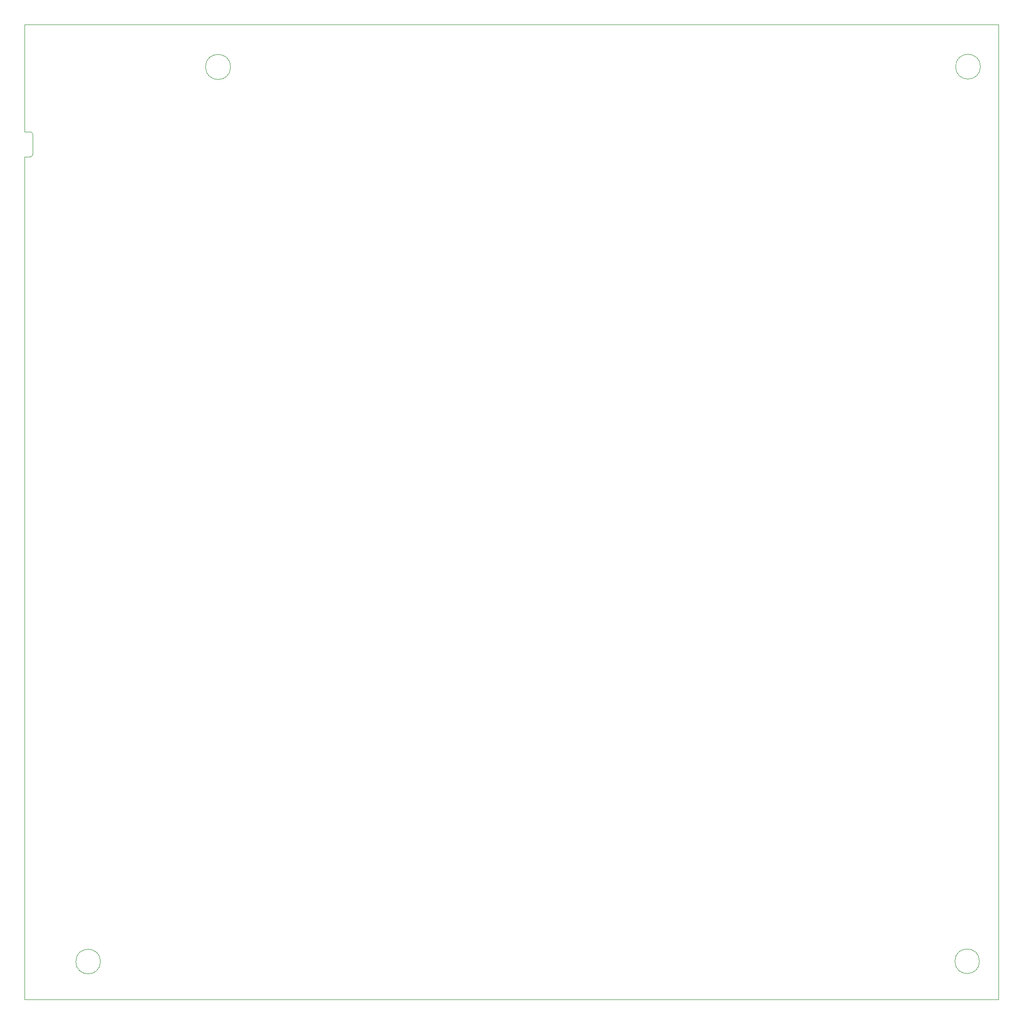
<source format=gm1>
%TF.GenerationSoftware,KiCad,Pcbnew,7.0.10*%
%TF.CreationDate,2024-02-19T01:25:05+02:00*%
%TF.ProjectId,jox030,6a6f7830-3330-42e6-9b69-6361645f7063,rev?*%
%TF.SameCoordinates,Original*%
%TF.FileFunction,Profile,NP*%
%FSLAX46Y46*%
G04 Gerber Fmt 4.6, Leading zero omitted, Abs format (unit mm)*
G04 Created by KiCad (PCBNEW 7.0.10) date 2024-02-19 01:25:05*
%MOMM*%
%LPD*%
G01*
G04 APERTURE LIST*
%TA.AperFunction,Profile*%
%ADD10C,0.100000*%
%TD*%
%TA.AperFunction,Profile*%
%ADD11C,0.120000*%
%TD*%
G04 APERTURE END LIST*
D10*
X185420000Y-12827000D02*
X185420000Y-184170000D01*
X185420000Y-184170000D02*
X13960000Y-184170000D01*
X14450000Y-12550000D02*
X185420000Y-12550000D01*
X185420000Y-12550000D02*
X185420000Y-12828500D01*
X182097972Y-177469800D02*
G75*
G03*
X177769228Y-177469800I-2164372J0D01*
G01*
X177769228Y-177469800D02*
G75*
G03*
X182097972Y-177469800I2164372J0D01*
G01*
X182270548Y-19989800D02*
G75*
G03*
X177901452Y-19989800I-2184548J0D01*
G01*
X177901452Y-19989800D02*
G75*
G03*
X182270548Y-19989800I2184548J0D01*
G01*
X50220903Y-20040600D02*
G75*
G03*
X45791097Y-20040600I-2214903J0D01*
G01*
X45791097Y-20040600D02*
G75*
G03*
X50220903Y-20040600I2214903J0D01*
G01*
X14450000Y-12550000D02*
X13950000Y-12550000D01*
X27289141Y-177520600D02*
G75*
G03*
X22952059Y-177520600I-2168541J0D01*
G01*
X22952059Y-177520600D02*
G75*
G03*
X27289141Y-177520600I2168541J0D01*
G01*
X13950000Y-40160000D02*
X13960000Y-184170000D01*
X13950000Y-27160000D02*
X13950000Y-12550000D01*
D11*
%TO.C,J11*%
X14950000Y-31460000D02*
X13950000Y-31460000D01*
X13950000Y-31460000D02*
X13950000Y-27160000D01*
X15350000Y-35460000D02*
X15350000Y-31860000D01*
X14950000Y-35860000D02*
X13950000Y-35860000D01*
X13950000Y-35860000D02*
X13950000Y-40160000D01*
X15350000Y-31860000D02*
G75*
G03*
X14950000Y-31460000I-400002J-2D01*
G01*
X14950000Y-35860000D02*
G75*
G03*
X15350000Y-35460000I0J400000D01*
G01*
%TD*%
M02*

</source>
